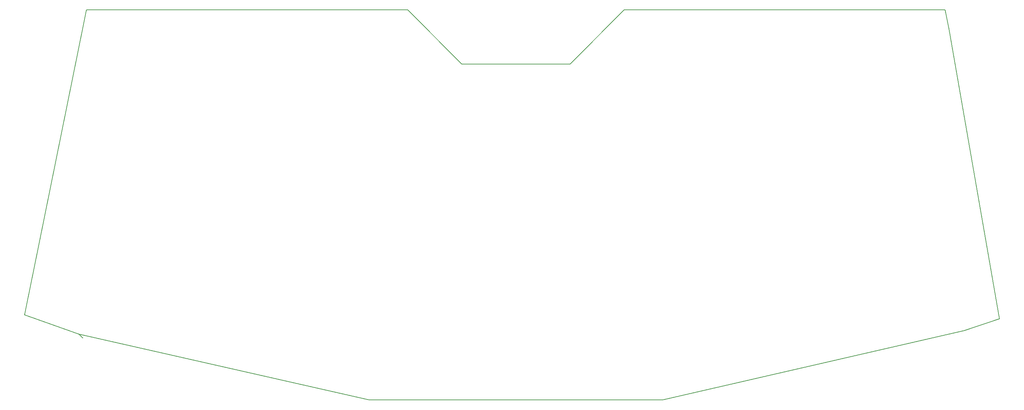
<source format=gbr>
G04 #@! TF.FileFunction,Profile,NP*
%FSLAX46Y46*%
G04 Gerber Fmt 4.6, Leading zero omitted, Abs format (unit mm)*
G04 Created by KiCad (PCBNEW 4.0.2-stable) date 30/03/2016 21:54:54*
%MOMM*%
G01*
G04 APERTURE LIST*
%ADD10C,0.100000*%
%ADD11C,0.150000*%
G04 APERTURE END LIST*
D10*
D11*
X37000000Y-133000000D02*
X38000000Y-134000000D01*
X23000000Y-128000000D02*
X37000000Y-133000000D01*
X27000000Y-108000000D02*
X23000000Y-128000000D01*
X26000000Y-113000000D02*
X39000000Y-49000000D01*
X112000000Y-150000000D02*
X113000000Y-150000000D01*
X37000000Y-133000000D02*
X112000000Y-150000000D01*
X136000000Y-63000000D02*
X122000000Y-49000000D01*
X39000000Y-49000000D02*
X122000000Y-49000000D01*
X178000000Y-49000000D02*
X261000000Y-49000000D01*
X164000000Y-63000000D02*
X136000000Y-63000000D01*
X178000000Y-49000000D02*
X164000000Y-63000000D01*
X261000000Y-49000000D02*
X262000000Y-54000000D01*
X275000000Y-129000000D02*
X266000000Y-132000000D01*
X262000000Y-54000000D02*
X275000000Y-129000000D01*
X188000000Y-150000000D02*
X266000000Y-132000000D01*
X112000000Y-150000000D02*
X188000000Y-150000000D01*
M02*

</source>
